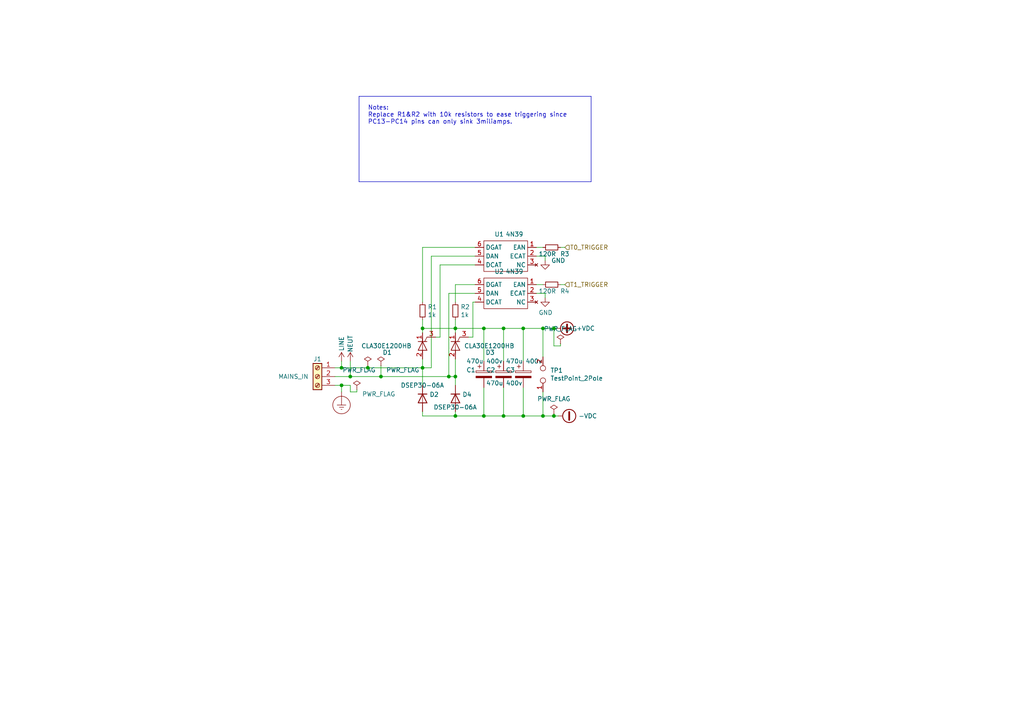
<source format=kicad_sch>
(kicad_sch (version 20200506) (host eeschema "5.99.0-unknown-1f9723c~101~ubuntu18.04.1")
  (page "A4")
  (lib_symbols
    (symbol "Connector:Screw_Terminal_01x03" (pin_names hide)
      (property "Reference" "J" (at 0 5.08 0))
      (property "Value" "Screw_Terminal_01x03" (at 0 -5.08 0))
      (symbol "Screw_Terminal_01x03_1_1"
        (circle (center 0 -2.54) (radius 0.635))
        (circle (center 0 0) (radius 0.635))
        (circle (center 0 2.54) (radius 0.635))
        (rectangle (start -1.27 3.81) (end 1.27 -3.81) (stroke (width 0.254)) (fill (type background)))
        (polyline (pts (xy -0.5334 -2.2098) (xy 0.3302 -3.048)))
        (polyline (pts (xy -0.5334 0.3302) (xy 0.3302 -0.508)))
        (polyline (pts (xy -0.5334 2.8702) (xy 0.3302 2.032)))
        (polyline (pts (xy -0.3556 -2.032) (xy 0.508 -2.8702)))
        (polyline (pts (xy -0.3556 0.508) (xy 0.508 -0.3302)))
        (polyline (pts (xy -0.3556 3.048) (xy 0.508 2.2098)))
        (pin passive line (at -5.08 2.54 0) (length 3.81) (name "Pin_1") (number "1"))
        (pin passive line (at -5.08 0 0) (length 3.81) (name "Pin_2") (number "2"))
        (pin passive line (at -5.08 -2.54 0) (length 3.81) (name "Pin_3") (number "3"))
      )
    )
    (symbol "Connector:TestPoint_2Pole" (pin_names (offset 0.762) hide)
      (property "Reference" "TP" (at 0 1.524 0))
      (property "Value" "TestPoint_2Pole" (at 0 -1.778 0))
      (symbol "TestPoint_2Pole_0_1"
        (circle (center -1.778 0) (radius 0.762))
        (circle (center 1.778 0) (radius 0.762))
        (pin passive line (at -5.08 0 0) (length 2.54) (name "1") (number "1"))
        (pin passive line (at 5.08 0 180) (length 2.54) (name "2") (number "2"))
      )
    )
    (symbol "Device:CP" (pin_numbers hide) (pin_names (offset 0.254))
      (property "Reference" "C" (at 0.635 2.54 0))
      (property "Value" "CP" (at 0.635 -2.54 0))
      (symbol "CP_0_1"
        (rectangle (start -2.286 0.508) (end 2.286 1.016))
        (rectangle (start 2.286 -0.508) (end -2.286 -1.016) (fill (type outline)))
        (polyline (pts (xy -1.778 2.286) (xy -0.762 2.286)))
        (polyline (pts (xy -1.27 2.794) (xy -1.27 1.778)))
      )
      (symbol "CP_1_1"
        (pin passive line (at 0 3.81 270) (length 2.794) (name "~") (number "1"))
        (pin passive line (at 0 -3.81 90) (length 2.794) (name "~") (number "2"))
      )
    )
    (symbol "Device:CP_1" (pin_numbers hide) (pin_names (offset 0.254))
      (property "Reference" "C" (at 0.635 2.54 0))
      (property "Value" "CP" (at 0.635 -2.54 0))
      (symbol "CP_1_0_1"
        (rectangle (start -2.286 0.508) (end 2.286 1.016))
        (rectangle (start 2.286 -0.508) (end -2.286 -1.016) (fill (type outline)))
        (polyline (pts (xy -1.778 2.286) (xy -0.762 2.286)))
        (polyline (pts (xy -1.27 2.794) (xy -1.27 1.778)))
      )
      (symbol "CP_1_1_1"
        (pin passive line (at 0 3.81 270) (length 2.794) (name "~") (number "1"))
        (pin passive line (at 0 -3.81 90) (length 2.794) (name "~") (number "2"))
      )
    )
    (symbol "Device:CP_2" (pin_numbers hide) (pin_names (offset 0.254))
      (property "Reference" "C" (at 0.635 2.54 0))
      (property "Value" "CP" (at 0.635 -2.54 0))
      (symbol "CP_2_0_1"
        (rectangle (start -2.286 0.508) (end 2.286 1.016))
        (rectangle (start 2.286 -0.508) (end -2.286 -1.016) (fill (type outline)))
        (polyline (pts (xy -1.778 2.286) (xy -0.762 2.286)))
        (polyline (pts (xy -1.27 2.794) (xy -1.27 1.778)))
      )
      (symbol "CP_2_1_1"
        (pin passive line (at 0 3.81 270) (length 2.794) (name "~") (number "1"))
        (pin passive line (at 0 -3.81 90) (length 2.794) (name "~") (number "2"))
      )
    )
    (symbol "Device:D" (pin_numbers hide) (pin_names hide)
      (property "Reference" "D" (at 0 2.54 0))
      (property "Value" "D" (at 0 -2.54 0))
      (symbol "D_0_1"
        (polyline (pts (xy -1.27 1.27) (xy -1.27 -1.27)) (stroke (width 0.254)))
        (polyline (pts (xy 1.27 0) (xy -1.27 0)))
        (polyline (pts (xy 1.27 1.27) (xy 1.27 -1.27) (xy -1.27 0) (xy 1.27 1.27)) (stroke (width 0.254)))
      )
      (symbol "D_1_1"
        (pin passive line (at -3.81 0 0) (length 2.54) (name "K") (number "1"))
        (pin passive line (at 3.81 0 180) (length 2.54) (name "A") (number "2"))
      )
    )
    (symbol "Device:D_1" (pin_numbers hide) (pin_names hide)
      (property "Reference" "D" (at 0 2.54 0))
      (property "Value" "D" (at 0 -2.54 0))
      (symbol "D_1_0_1"
        (polyline (pts (xy -1.27 1.27) (xy -1.27 -1.27)) (stroke (width 0.254)))
        (polyline (pts (xy 1.27 0) (xy -1.27 0)))
        (polyline (pts (xy 1.27 1.27) (xy 1.27 -1.27) (xy -1.27 0) (xy 1.27 1.27)) (stroke (width 0.254)))
      )
      (symbol "D_1_1_1"
        (pin passive line (at -3.81 0 0) (length 2.54) (name "K") (number "1"))
        (pin passive line (at 3.81 0 180) (length 2.54) (name "A") (number "2"))
      )
    )
    (symbol "Device:Q_SCR_KAG" (pin_names (offset 0) hide)
      (property "Reference" "D" (at 1.905 0.635 0))
      (property "Value" "Q_SCR_KAG" (at 1.905 -1.27 0))
      (symbol "Q_SCR_KAG_0_1"
        (polyline (pts (xy -1.27 -2.54) (xy -0.635 -1.27)))
        (polyline (pts (xy -1.27 -1.27) (xy 1.27 -1.27)) (stroke (width 0.2032)))
        (polyline (pts (xy 0 -2.54) (xy 0 2.54)))
        (polyline (pts (xy -1.27 1.27) (xy 1.27 1.27) (xy 0 -1.27) (xy -1.27 1.27)) (stroke (width 0.2032)))
      )
      (symbol "Q_SCR_KAG_1_1"
        (pin passive line (at 0 -3.81 90) (length 2.54) (name "K") (number "1"))
        (pin passive line (at 0 3.81 270) (length 2.54) (name "A") (number "2"))
        (pin input line (at -3.81 -2.54 0) (length 2.54) (name "G") (number "3"))
      )
    )
    (symbol "Device:Q_SCR_KAG_1" (pin_names (offset 0) hide)
      (property "Reference" "D" (at 1.905 0.635 0))
      (property "Value" "Q_SCR_KAG" (at 1.905 -1.27 0))
      (symbol "Q_SCR_KAG_1_0_1"
        (polyline (pts (xy -1.27 -2.54) (xy -0.635 -1.27)))
        (polyline (pts (xy -1.27 -1.27) (xy 1.27 -1.27)) (stroke (width 0.2032)))
        (polyline (pts (xy 0 -2.54) (xy 0 2.54)))
        (polyline (pts (xy -1.27 1.27) (xy 1.27 1.27) (xy 0 -1.27) (xy -1.27 1.27)) (stroke (width 0.2032)))
      )
      (symbol "Q_SCR_KAG_1_1_1"
        (pin passive line (at 0 -3.81 90) (length 2.54) (name "K") (number "1"))
        (pin passive line (at 0 3.81 270) (length 2.54) (name "A") (number "2"))
        (pin input line (at -3.81 -2.54 0) (length 2.54) (name "G") (number "3"))
      )
    )
    (symbol "Device:R_Small" (pin_numbers hide) (pin_names (offset 0.254) hide)
      (property "Reference" "R" (at 0.762 0.508 0))
      (property "Value" "R_Small" (at 0.762 -1.016 0))
      (symbol "R_Small_0_1"
        (rectangle (start -0.762 1.778) (end 0.762 -1.778) (stroke (width 0.2032)))
      )
      (symbol "R_Small_1_1"
        (pin passive line (at 0 2.54 270) (length 0.762) (name "~") (number "1"))
        (pin passive line (at 0 -2.54 90) (length 0.762) (name "~") (number "2"))
      )
    )
    (symbol "Device:R_Small_1" (pin_numbers hide) (pin_names (offset 0.254) hide)
      (property "Reference" "R" (at 0.762 0.508 0))
      (property "Value" "R_Small" (at 0.762 -1.016 0))
      (symbol "R_Small_1_0_1"
        (rectangle (start -0.762 1.778) (end 0.762 -1.778) (stroke (width 0.2032)))
      )
      (symbol "R_Small_1_1_1"
        (pin passive line (at 0 2.54 270) (length 0.762) (name "~") (number "1"))
        (pin passive line (at 0 -2.54 90) (length 0.762) (name "~") (number "2"))
      )
    )
    (symbol "Device:R_Small_2" (pin_numbers hide) (pin_names (offset 0.254) hide)
      (property "Reference" "R" (at 0.762 0.508 0))
      (property "Value" "R_Small" (at 0.762 -1.016 0))
      (symbol "R_Small_2_0_1"
        (rectangle (start -0.762 1.778) (end 0.762 -1.778) (stroke (width 0.2032)))
      )
      (symbol "R_Small_2_1_1"
        (pin passive line (at 0 2.54 270) (length 0.762) (name "~") (number "1"))
        (pin passive line (at 0 -2.54 90) (length 0.762) (name "~") (number "2"))
      )
    )
    (symbol "Device:R_Small_3" (pin_numbers hide) (pin_names (offset 0.254) hide)
      (property "Reference" "R" (at 0.762 0.508 0))
      (property "Value" "R_Small" (at 0.762 -1.016 0))
      (symbol "R_Small_3_0_1"
        (rectangle (start -0.762 1.778) (end 0.762 -1.778) (stroke (width 0.2032)))
      )
      (symbol "R_Small_3_1_1"
        (pin passive line (at 0 2.54 270) (length 0.762) (name "~") (number "1"))
        (pin passive line (at 0 -2.54 90) (length 0.762) (name "~") (number "2"))
      )
    )
    (symbol "oe_gate-driver:4N39"
      (property "Reference" "U" (at -10.16 4.445 0))
      (property "Value" "4N39" (at -6.985 6.985 0))
      (symbol "4N39_0_1"
        (rectangle (start -6.35 4.445) (end 6.35 -4.445))
      )
      (symbol "4N39_1_1"
        (pin input line (at -8.89 2.54 0) (length 2.54) (name "EAN") (number "1"))
        (pin input line (at -8.89 0 0) (length 2.54) (name "ECAT") (number "2"))
        (pin unconnected line (at -8.89 -2.54 0) (length 2.54) (name "NC") (number "3"))
        (pin bidirectional line (at 8.89 -2.54 180) (length 2.54) (name "DCAT") (number "4"))
        (pin bidirectional line (at 8.89 0 180) (length 2.54) (name "DAN") (number "5"))
        (pin bidirectional line (at 8.89 2.54 180) (length 2.54) (name "DGAT") (number "6"))
      )
    )
    (symbol "power:+VDC" (power) (pin_names (offset 0))
      (property "Value" "+VDC" (at 0 6.35 0))
      (symbol "+VDC_0_1"
        (circle (center 0 3.175) (radius 1.905) (stroke (width 0.254)))
        (polyline (pts (xy -1.143 3.175) (xy 1.143 3.175)) (stroke (width 0.508)))
        (polyline (pts (xy 0 0) (xy 0 1.27)))
        (polyline (pts (xy 0 2.032) (xy 0 4.318)) (stroke (width 0.508)))
      )
      (symbol "+VDC_1_1"
        (pin power_in line (at 0 0 90) (length 0) (name "+VDC") (number "1") hide)
      )
    )
    (symbol "power:-VDC" (power) (pin_names (offset 0))
      (property "Value" "-VDC" (at 0 6.35 0))
      (symbol "-VDC_0_1"
        (circle (center 0 3.175) (radius 1.905) (stroke (width 0.254)))
        (polyline (pts (xy -1.143 3.175) (xy 1.143 3.175)) (stroke (width 0.508)))
        (polyline (pts (xy 0 0) (xy 0 1.27)))
      )
      (symbol "-VDC_1_1"
        (pin power_in line (at 0 0 90) (length 0) (name "-VDC") (number "1") hide)
      )
    )
    (symbol "power:Earth_Protective" (power) (pin_names (offset 0))
      (symbol "Earth_Protective_0_1"
        (circle (center 0 -3.81) (radius 2.54))
        (polyline (pts (xy -0.635 -4.445) (xy 0.635 -4.445)))
        (polyline (pts (xy -0.127 -5.08) (xy 0.127 -5.08)))
        (polyline (pts (xy 0 -3.81) (xy 0 0)))
        (polyline (pts (xy 1.27 -3.81) (xy -1.27 -3.81)))
      )
      (symbol "Earth_Protective_1_1"
        (pin power_in line (at 0 0 270) (length 0) (name "Earth_Protective") (number "1") hide)
      )
    )
    (symbol "power:GND" (power) (pin_names (offset 0))
      (property "Value" "GND" (at 0 -3.81 0))
      (symbol "GND_0_1"
        (polyline (pts (xy 0 0) (xy 0 -1.27) (xy 1.27 -1.27) (xy 0 -2.54) (xy -1.27 -1.27) (xy 0 -1.27)))
      )
      (symbol "GND_1_1"
        (pin power_in line (at 0 0 270) (length 0) (name "GND") (number "1") hide)
      )
    )
    (symbol "power:LINE" (power) (pin_names (offset 0))
      (property "Value" "LINE" (at 0 3.81 0))
      (symbol "LINE_0_1"
        (polyline (pts (xy -0.762 1.27) (xy 0 2.54)))
        (polyline (pts (xy 0 0) (xy 0 2.54)))
        (polyline (pts (xy 0 2.54) (xy 0.762 1.27)))
      )
      (symbol "LINE_1_1"
        (pin power_in line (at 0 0 90) (length 0) (name "LINE") (number "1") hide)
      )
    )
    (symbol "power:NEUT" (power) (pin_names (offset 0))
      (property "Value" "NEUT" (at 0 3.81 0))
      (symbol "NEUT_0_1"
        (polyline (pts (xy -0.762 1.27) (xy 0 2.54)))
        (polyline (pts (xy 0 0) (xy 0 2.54)))
        (polyline (pts (xy 0 2.54) (xy 0.762 1.27)))
      )
      (symbol "NEUT_1_1"
        (pin power_in line (at 0 0 90) (length 0) (name "NEUT") (number "1") hide)
      )
    )
    (symbol "power:PWR_FLAG" (power) (pin_numbers hide) (pin_names (offset 0) hide)
      (property "Value" "PWR_FLAG" (at 0 3.81 0))
      (symbol "PWR_FLAG_0_1"
        (polyline (pts (xy 0 0) (xy 0 1.27) (xy -1.016 1.905) (xy 0 2.54) (xy 1.016 1.905) (xy 0 1.27)))
      )
      (symbol "PWR_FLAG_0_0"
        (pin power_out line (at 0 0 90) (length 0) (name "pwr") (number "1"))
      )
    )
  )
  (junction (at 151.765 95.25))
  (junction (at 157.48 120.65))
  (junction (at 122.555 95.25))
  (junction (at 151.765 120.65))
  (junction (at 140.335 120.65))
  (junction (at 99.06 111.76))
  (junction (at 160.655 120.65))
  (junction (at 106.68 106.68))
  (junction (at 146.05 95.25))
  (junction (at 160.655 95.25))
  (junction (at 132.08 109.22))
  (junction (at 99.06 106.68))
  (junction (at 132.08 120.65))
  (junction (at 146.05 120.65))
  (junction (at 110.49 109.22))
  (junction (at 122.555 106.68))
  (junction (at 132.08 95.25))
  (junction (at 130.175 109.22))
  (junction (at 157.48 95.25))
  (junction (at 140.335 95.25))
  (junction (at 101.6 109.22))
  (wire (pts (xy 97.155 106.68) (xy 99.06 106.68)))
  (wire (pts (xy 97.155 109.22) (xy 101.6 109.22)))
  (wire (pts (xy 97.155 111.76) (xy 99.06 111.76)))
  (wire (pts (xy 99.06 106.68) (xy 99.06 104.775)))
  (wire (pts (xy 99.06 106.68) (xy 106.68 106.68)))
  (wire (pts (xy 99.06 111.76) (xy 99.06 113.665)))
  (wire (pts (xy 99.06 111.76) (xy 101.6 111.76)))
  (wire (pts (xy 101.6 104.775) (xy 101.6 109.22)))
  (wire (pts (xy 101.6 109.22) (xy 110.49 109.22)))
  (wire (pts (xy 101.6 111.76) (xy 101.6 113.665)))
  (wire (pts (xy 101.6 113.665) (xy 103.505 113.665)))
  (wire (pts (xy 103.505 113.03) (xy 103.505 113.665)))
  (wire (pts (xy 106.68 106.045) (xy 106.68 106.68)))
  (wire (pts (xy 106.68 106.68) (xy 122.555 106.68)))
  (wire (pts (xy 110.49 106.045) (xy 110.49 109.22)))
  (wire (pts (xy 110.49 109.22) (xy 130.175 109.22)))
  (wire (pts (xy 122.555 71.755) (xy 122.555 87.63)))
  (wire (pts (xy 122.555 92.71) (xy 122.555 95.25)))
  (wire (pts (xy 122.555 95.25) (xy 122.555 96.52)))
  (wire (pts (xy 122.555 95.25) (xy 132.08 95.25)))
  (wire (pts (xy 122.555 104.14) (xy 122.555 106.68)))
  (wire (pts (xy 122.555 106.68) (xy 122.555 111.76)))
  (wire (pts (xy 122.555 119.38) (xy 122.555 120.65)))
  (wire (pts (xy 122.555 120.65) (xy 132.08 120.65)))
  (wire (pts (xy 125.095 74.295) (xy 125.095 106.68)))
  (wire (pts (xy 125.095 106.68) (xy 122.555 106.68)))
  (wire (pts (xy 126.365 97.79) (xy 127.635 97.79)))
  (wire (pts (xy 127.635 76.835) (xy 137.795 76.835)))
  (wire (pts (xy 127.635 97.79) (xy 127.635 76.835)))
  (wire (pts (xy 130.175 85.09) (xy 130.175 109.22)))
  (wire (pts (xy 130.175 85.09) (xy 137.795 85.09)))
  (wire (pts (xy 130.175 109.22) (xy 132.08 109.22)))
  (wire (pts (xy 132.08 82.55) (xy 132.08 87.63)))
  (wire (pts (xy 132.08 82.55) (xy 137.795 82.55)))
  (wire (pts (xy 132.08 92.71) (xy 132.08 95.25)))
  (wire (pts (xy 132.08 95.25) (xy 132.08 96.52)))
  (wire (pts (xy 132.08 104.14) (xy 132.08 109.22)))
  (wire (pts (xy 132.08 109.22) (xy 132.08 111.76)))
  (wire (pts (xy 132.08 119.38) (xy 132.08 120.65)))
  (wire (pts (xy 132.08 120.65) (xy 140.335 120.65)))
  (wire (pts (xy 135.89 97.79) (xy 137.16 97.79)))
  (wire (pts (xy 137.16 87.63) (xy 137.795 87.63)))
  (wire (pts (xy 137.16 97.79) (xy 137.16 87.63)))
  (wire (pts (xy 137.795 71.755) (xy 122.555 71.755)))
  (wire (pts (xy 137.795 74.295) (xy 125.095 74.295)))
  (wire (pts (xy 140.335 95.25) (xy 132.08 95.25)))
  (wire (pts (xy 140.335 104.775) (xy 140.335 95.25)))
  (wire (pts (xy 140.335 112.395) (xy 140.335 120.65)))
  (wire (pts (xy 140.335 120.65) (xy 146.05 120.65)))
  (wire (pts (xy 146.05 95.25) (xy 140.335 95.25)))
  (wire (pts (xy 146.05 95.25) (xy 151.765 95.25)))
  (wire (pts (xy 146.05 104.775) (xy 146.05 95.25)))
  (wire (pts (xy 146.05 112.395) (xy 146.05 120.65)))
  (wire (pts (xy 146.05 120.65) (xy 151.765 120.65)))
  (wire (pts (xy 151.765 95.25) (xy 151.765 104.775)))
  (wire (pts (xy 151.765 95.25) (xy 157.48 95.25)))
  (wire (pts (xy 151.765 112.395) (xy 151.765 120.65)))
  (wire (pts (xy 151.765 120.65) (xy 157.48 120.65)))
  (wire (pts (xy 155.575 71.755) (xy 157.48 71.755)))
  (wire (pts (xy 155.575 74.295) (xy 158.115 74.295)))
  (wire (pts (xy 155.575 82.55) (xy 157.48 82.55)))
  (wire (pts (xy 155.575 85.09) (xy 158.115 85.09)))
  (wire (pts (xy 157.48 95.25) (xy 157.48 103.505)))
  (wire (pts (xy 157.48 95.25) (xy 160.655 95.25)))
  (wire (pts (xy 157.48 113.665) (xy 157.48 120.65)))
  (wire (pts (xy 157.48 120.65) (xy 160.655 120.65)))
  (wire (pts (xy 158.115 74.295) (xy 158.115 75.565)))
  (wire (pts (xy 158.115 85.09) (xy 158.115 86.36)))
  (wire (pts (xy 160.655 95.25) (xy 160.655 100.33)))
  (wire (pts (xy 160.655 95.25) (xy 161.29 95.25)))
  (wire (pts (xy 160.655 100.33) (xy 162.56 100.33)))
  (wire (pts (xy 160.655 120.015) (xy 160.655 120.65)))
  (wire (pts (xy 160.655 120.65) (xy 161.925 120.65)))
  (wire (pts (xy 162.56 71.755) (xy 163.83 71.755)))
  (wire (pts (xy 162.56 82.55) (xy 163.83 82.55)))
  (wire (pts (xy 162.56 99.695) (xy 162.56 100.33)))
  (polyline (pts (xy 104.14 27.94) (xy 104.14 52.705)))
  (polyline (pts (xy 104.14 27.94) (xy 171.45 27.94)))
  (polyline (pts (xy 104.14 52.705) (xy 171.45 52.705)))
  (polyline (pts (xy 171.45 52.705) (xy 171.45 27.94)))
  (text "Notes:\nReplace R1&R2 with 10k resistors to ease triggering since \nPC13-PC14 pins can only sink 3miliamps." (at 106.68 36.195 0) (effects (font (size 1.27 1.27)) (justify left bottom)))
  (hierarchical_label "T0_TRIGGER" (shape input) (at 163.83 71.755 0))
  (hierarchical_label "T1_TRIGGER" (shape input) (at 163.83 82.55 0))
  (symbol (lib_id "power:PWR_FLAG") (at 103.505 113.03 0) (unit 1)
    (property "Reference" "#FLG0103" (effects hide))
    (property "Value" "PWR_FLAG" (at 109.855 114.3 0))
  )
  (symbol (lib_id "power:PWR_FLAG") (at 106.68 106.045 0) (unit 1)
    (property "Reference" "#FLG0102" (effects hide))
    (property "Value" "PWR_FLAG" (at 104.14 107.315 0))
  )
  (symbol (lib_id "power:PWR_FLAG") (at 110.49 106.045 0) (unit 1)
    (property "Reference" "#FLG0101" (effects hide))
    (property "Value" "PWR_FLAG" (at 116.84 107.315 0))
  )
  (symbol (lib_id "power:PWR_FLAG") (at 160.655 120.015 0) (unit 1)
    (property "Reference" "#FLG0106" (effects hide))
    (property "Value" "PWR_FLAG" (at 160.655 115.6906 0))
  )
  (symbol (lib_id "power:PWR_FLAG") (at 162.56 99.695 0) (unit 1)
    (property "Reference" "#FLG0107" (effects hide))
    (property "Value" "PWR_FLAG" (at 162.56 95.377 0))
  )
  (symbol (lib_id "power:LINE") (at 99.06 104.775 0) (unit 1)
    (property "Reference" "#PWR01" (effects hide))
    (property "Value" "LINE" (at 99.06 99.695 90))
  )
  (symbol (lib_id "power:NEUT") (at 101.6 104.775 0) (unit 1)
    (property "Reference" "#PWR03" (effects hide))
    (property "Value" "NEUT" (at 101.6 99.695 90))
  )
  (symbol (lib_id "power:GND") (at 158.115 75.565 0) (unit 1)
    (property "Reference" "#PWR06" (effects hide))
    (property "Value" "GND" (at 161.925 75.565 0))
  )
  (symbol (lib_id "power:GND") (at 158.115 86.36 0) (unit 1)
    (property "Reference" "#PWR07" (effects hide))
    (property "Value" "GND" (at 158.242 90.678 0))
  )
  (symbol (lib_id "Device:R_Small") (at 122.555 90.17 0) (unit 1)
    (property "Reference" "R1" (at 124.0536 89.027 0) (effects (justify left)))
    (property "Value" "1k" (at 124.0536 91.313 0) (effects (justify left)))
    (property "Footprint" "Resistor_THT:R_Axial_DIN0204_L3.6mm_D1.6mm_P5.08mm_Horizontal" (effects hide))
    (property "Link" "https://ozdisan.com/passive-components/resistors/tht-through-hole-resistors/CFR0W8J0102A50" (effects hide))
    (property "Price" "0.03898TL" (effects hide))
  )
  (symbol (lib_name "Device:R_Small_3") (lib_id "Device:R_Small") (at 132.08 90.17 0) (unit 1)
    (property "Reference" "R2" (at 133.5786 89.027 0) (effects (justify left)))
    (property "Value" "1k" (at 133.5786 91.313 0) (effects (justify left)))
    (property "Footprint" "Resistor_THT:R_Axial_DIN0204_L3.6mm_D1.6mm_P5.08mm_Horizontal" (effects hide))
    (property "Link" "https://ozdisan.com/passive-components/resistors/tht-through-hole-resistors/CFR0W8J0102A50" (effects hide))
    (property "Price" "0.03898TL" (effects hide))
  )
  (symbol (lib_name "Device:R_Small_1") (lib_id "Device:R_Small") (at 160.02 71.755 270) (mirror x) (unit 1)
    (property "Reference" "R3" (at 163.83 73.66 90))
    (property "Value" "120R" (at 158.75 73.66 90))
    (property "Footprint" "Resistor_THT:R_Axial_DIN0207_L6.3mm_D2.5mm_P10.16mm_Horizontal" (effects hide))
    (property "Link" "https://ozdisan.com/passive-components/resistors/tht-through-hole-resistors/CFR0W4J0121A50" (effects hide))
    (property "Price" "0.04784TL" (effects hide))
  )
  (symbol (lib_name "Device:R_Small_2") (lib_id "Device:R_Small") (at 160.02 82.55 270) (mirror x) (unit 1)
    (property "Reference" "R4" (at 163.83 84.455 90))
    (property "Value" "120R" (at 158.75 84.455 90))
    (property "Footprint" "Resistor_THT:R_Axial_DIN0207_L6.3mm_D2.5mm_P10.16mm_Horizontal" (effects hide))
    (property "Link" "https://ozdisan.com/passive-components/resistors/tht-through-hole-resistors/CFR0W4J0121A50" (effects hide))
    (property "Price" "0.04784TL" (effects hide))
  )
  (symbol (lib_id "Device:D") (at 122.555 115.57 270) (unit 1)
    (property "Reference" "D2" (at 124.587 114.427 90) (effects (justify left)))
    (property "Value" "DSEP30-06A" (at 116.205 111.76 90) (effects (justify left)))
    (property "Footprint" "Package_TO_SOT_THT:TO-247-2_Vertical" (effects hide))
    (property "Link" "https://ozdisan.com/power-semiconductors/diodes-diode-modules-and-rectifiers/general-purpose-diodes/DSEP30-06A" (effects hide))
    (property "Price" "10.48412TL" (effects hide))
  )
  (symbol (lib_name "Device:D_1") (lib_id "Device:D") (at 132.08 115.57 270) (unit 1)
    (property "Reference" "D4" (at 134.112 114.427 90) (effects (justify left)))
    (property "Value" "DSEP30-06A" (at 125.73 118.11 90) (effects (justify left)))
    (property "Footprint" "Package_TO_SOT_THT:TO-247-2_Vertical" (effects hide))
    (property "Link" "https://ozdisan.com/power-semiconductors/diodes-diode-modules-and-rectifiers/general-purpose-diodes/DSEP30-06A" (effects hide))
    (property "Price" "10.48412TL" (effects hide))
  )
  (symbol (lib_id "power:+VDC") (at 161.29 95.25 270) (unit 1)
    (property "Reference" "#PWR04" (effects hide))
    (property "Value" "+VDC" (at 167.1321 95.25 90) (effects (justify left)))
  )
  (symbol (lib_id "power:-VDC") (at 161.925 120.65 270) (unit 1)
    (property "Reference" "#PWR05" (effects hide))
    (property "Value" "-VDC" (at 167.7671 120.65 90) (effects (justify left)))
  )
  (symbol (lib_id "Connector:TestPoint_2Pole") (at 157.48 108.585 90) (unit 1)
    (property "Reference" "TP1" (at 159.6137 107.4356 90) (effects (justify right)))
    (property "Value" "TestPoint_2Pole" (at 159.6137 109.7343 90) (effects (justify right)))
    (property "Footprint" "Connector_PinHeader_2.54mm:PinHeader_1x02_P2.54mm_Vertical" (effects hide))
    (property "Link" "https://ozdisan.com/connectors-and-interconnects/headers/pin-headers/DS1021-1X2SF11-B" (effects hide))
    (property "Price" "0.08882TL" (effects hide))
  )
  (symbol (lib_id "power:Earth_Protective") (at 99.06 113.665 0) (unit 1)
    (property "Reference" "#PWR02" (effects hide))
    (property "Value" "Earth_Protective" (effects hide))
  )
  (symbol (lib_name "Device:CP_1") (lib_id "Device:CP") (at 140.335 108.585 0) (unit 1)
    (property "Reference" "C1" (at 135.255 107.315 0) (effects (justify left)))
    (property "Value" "470u 400v" (at 135.255 104.775 0) (effects (justify left)))
    (property "Footprint" "oe_capacitor:CP_Radial_D35.0mm_P10.00mm_SnapIn" (effects hide))
    (property "Link" "https://ozdisan.com/passive-components/capacitors/aluminum-capacitors/K054004710PM0E050" (effects hide))
    (property "Price" "21.36402TL" (effects hide))
  )
  (symbol (lib_id "Device:CP") (at 146.05 108.585 0) (unit 1)
    (property "Reference" "C2" (at 140.97 107.315 0) (effects (justify left)))
    (property "Value" "470u 400v" (at 140.97 111.125 0) (effects (justify left)))
    (property "Footprint" "oe_capacitor:CP_Radial_D35.0mm_P10.00mm_SnapIn" (effects hide))
    (property "Link" "https://ozdisan.com/passive-components/capacitors/aluminum-capacitors/K054004710PM0E050" (effects hide))
    (property "Price" "21.36402TL" (effects hide))
  )
  (symbol (lib_name "Device:CP_2") (lib_id "Device:CP") (at 151.765 108.585 0) (unit 1)
    (property "Reference" "C3" (at 146.685 107.315 0) (effects (justify left)))
    (property "Value" "470u 400v" (at 146.685 104.775 0) (effects (justify left)))
    (property "Footprint" "oe_capacitor:CP_Radial_D35.0mm_P10.00mm_SnapIn" (effects hide))
    (property "Link" "https://ozdisan.com/passive-components/capacitors/aluminum-capacitors/K054004710PM0E050" (effects hide))
    (property "Price" "21.36402TL" (effects hide))
  )
  (symbol (lib_name "Device:Q_SCR_KAG_1") (lib_id "Device:Q_SCR_KAG") (at 122.555 100.33 180) (unit 1)
    (property "Reference" "D1" (at 113.665 102.235 0) (effects (justify left)))
    (property "Value" "CLA30E1200HB" (at 119.38 100.33 0) (effects (justify left)))
    (property "Footprint" "Package_TO_SOT_THT:TO-247-3_Vertical" (effects hide))
    (property "Link" "https://ozdisan.com/power-semiconductors/thyristors/discrete-thyristors/CLA30E1200HB" (effects hide))
    (property "Price" "12.26508TL" (effects hide))
  )
  (symbol (lib_id "Device:Q_SCR_KAG") (at 132.08 100.33 180) (unit 1)
    (property "Reference" "D3" (at 143.51 102.235 0) (effects (justify left)))
    (property "Value" "CLA30E1200HB" (at 149.225 100.33 0) (effects (justify left)))
    (property "Footprint" "Package_TO_SOT_THT:TO-247-3_Vertical" (effects hide))
    (property "Link" "https://ozdisan.com/power-semiconductors/thyristors/discrete-thyristors/CLA30E1200HB" (effects hide))
    (property "Price" "12.26508TL" (effects hide))
  )
  (symbol (lib_id "Connector:Screw_Terminal_01x03") (at 92.075 109.22 0) (mirror y) (unit 1)
    (property "Reference" "J1" (at 92.075 104.14 0))
    (property "Value" "MAINS_IN" (at 85.09 109.22 0))
    (property "Footprint" "oe_connector:DG25C-B-03P-13-00AH" (effects hide))
    (property "Link" "https://ozdisan.com/connectors-and-interconnects/terminal-blocks/barrier-terminal-blocks/DG25C-B-03P-13-00AH" (effects hide))
    (property "Price" "1.87758TL" (effects hide))
  )
  (symbol (lib_id "oe_gate-driver:4N39") (at 146.685 74.295 0) (mirror y) (unit 1)
    (property "Reference" "U1" (at 144.78 67.945 0))
    (property "Value" "4N39" (at 149.225 67.945 0))
    (property "Footprint" "Package_DIP:DIP-6_W7.62mm" (effects hide))
    (property "Link" "https://www.direnc.net/4n39-photo-scr-optocouplers" (effects hide))
    (property "Price" "4.059322033898305TL" (effects hide))
  )
  (symbol (lib_id "oe_gate-driver:4N39") (at 146.685 85.09 0) (mirror y) (unit 1)
    (property "Reference" "U2" (at 144.78 78.74 0))
    (property "Value" "4N39" (at 149.225 78.74 0))
    (property "Footprint" "Package_DIP:DIP-6_W7.62mm" (effects hide))
    (property "Link" "https://www.direnc.net/4n39-photo-scr-optocouplers" (effects hide))
    (property "Price" "4.059322033898305TL" (effects hide))
  )
)
</source>
